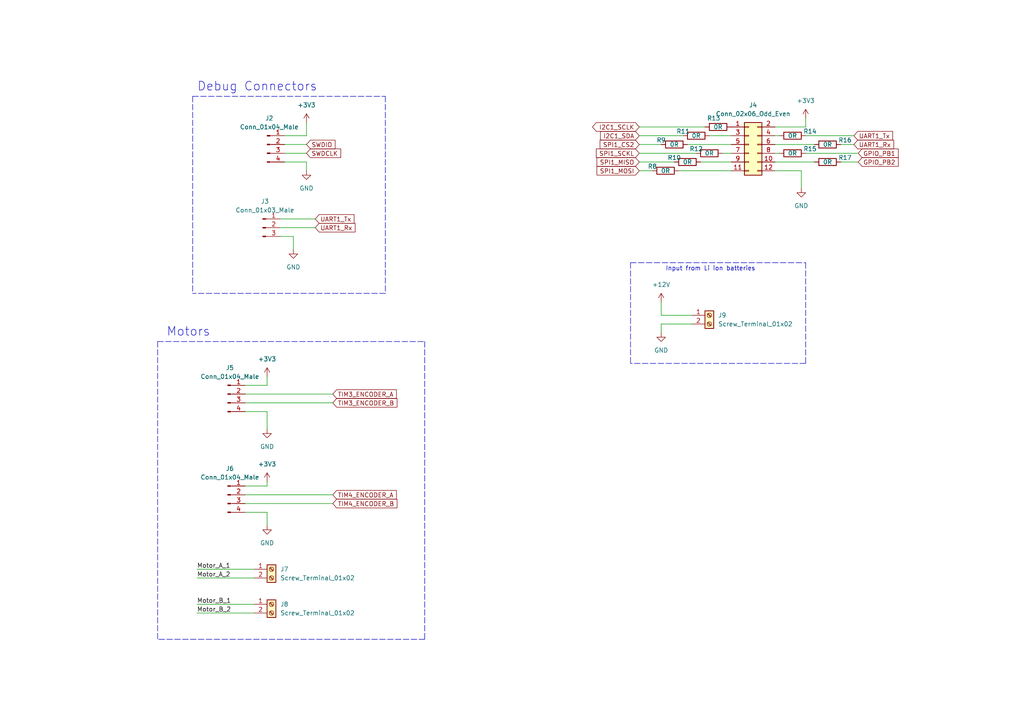
<source format=kicad_sch>
(kicad_sch (version 20211123) (generator eeschema)

  (uuid a5338db9-20f7-4a33-8883-4c76c595a2ac)

  (paper "A4")

  (lib_symbols
    (symbol "Connector:Conn_01x03_Male" (pin_names (offset 1.016) hide) (in_bom yes) (on_board yes)
      (property "Reference" "J" (id 0) (at 0 5.08 0)
        (effects (font (size 1.27 1.27)))
      )
      (property "Value" "Conn_01x03_Male" (id 1) (at 0 -5.08 0)
        (effects (font (size 1.27 1.27)))
      )
      (property "Footprint" "" (id 2) (at 0 0 0)
        (effects (font (size 1.27 1.27)) hide)
      )
      (property "Datasheet" "~" (id 3) (at 0 0 0)
        (effects (font (size 1.27 1.27)) hide)
      )
      (property "ki_keywords" "connector" (id 4) (at 0 0 0)
        (effects (font (size 1.27 1.27)) hide)
      )
      (property "ki_description" "Generic connector, single row, 01x03, script generated (kicad-library-utils/schlib/autogen/connector/)" (id 5) (at 0 0 0)
        (effects (font (size 1.27 1.27)) hide)
      )
      (property "ki_fp_filters" "Connector*:*_1x??_*" (id 6) (at 0 0 0)
        (effects (font (size 1.27 1.27)) hide)
      )
      (symbol "Conn_01x03_Male_1_1"
        (polyline
          (pts
            (xy 1.27 -2.54)
            (xy 0.8636 -2.54)
          )
          (stroke (width 0.1524) (type default) (color 0 0 0 0))
          (fill (type none))
        )
        (polyline
          (pts
            (xy 1.27 0)
            (xy 0.8636 0)
          )
          (stroke (width 0.1524) (type default) (color 0 0 0 0))
          (fill (type none))
        )
        (polyline
          (pts
            (xy 1.27 2.54)
            (xy 0.8636 2.54)
          )
          (stroke (width 0.1524) (type default) (color 0 0 0 0))
          (fill (type none))
        )
        (rectangle (start 0.8636 -2.413) (end 0 -2.667)
          (stroke (width 0.1524) (type default) (color 0 0 0 0))
          (fill (type outline))
        )
        (rectangle (start 0.8636 0.127) (end 0 -0.127)
          (stroke (width 0.1524) (type default) (color 0 0 0 0))
          (fill (type outline))
        )
        (rectangle (start 0.8636 2.667) (end 0 2.413)
          (stroke (width 0.1524) (type default) (color 0 0 0 0))
          (fill (type outline))
        )
        (pin passive line (at 5.08 2.54 180) (length 3.81)
          (name "Pin_1" (effects (font (size 1.27 1.27))))
          (number "1" (effects (font (size 1.27 1.27))))
        )
        (pin passive line (at 5.08 0 180) (length 3.81)
          (name "Pin_2" (effects (font (size 1.27 1.27))))
          (number "2" (effects (font (size 1.27 1.27))))
        )
        (pin passive line (at 5.08 -2.54 180) (length 3.81)
          (name "Pin_3" (effects (font (size 1.27 1.27))))
          (number "3" (effects (font (size 1.27 1.27))))
        )
      )
    )
    (symbol "Connector:Conn_01x04_Male" (pin_names (offset 1.016) hide) (in_bom yes) (on_board yes)
      (property "Reference" "J" (id 0) (at 0 5.08 0)
        (effects (font (size 1.27 1.27)))
      )
      (property "Value" "Conn_01x04_Male" (id 1) (at 0 -7.62 0)
        (effects (font (size 1.27 1.27)))
      )
      (property "Footprint" "" (id 2) (at 0 0 0)
        (effects (font (size 1.27 1.27)) hide)
      )
      (property "Datasheet" "~" (id 3) (at 0 0 0)
        (effects (font (size 1.27 1.27)) hide)
      )
      (property "ki_keywords" "connector" (id 4) (at 0 0 0)
        (effects (font (size 1.27 1.27)) hide)
      )
      (property "ki_description" "Generic connector, single row, 01x04, script generated (kicad-library-utils/schlib/autogen/connector/)" (id 5) (at 0 0 0)
        (effects (font (size 1.27 1.27)) hide)
      )
      (property "ki_fp_filters" "Connector*:*_1x??_*" (id 6) (at 0 0 0)
        (effects (font (size 1.27 1.27)) hide)
      )
      (symbol "Conn_01x04_Male_1_1"
        (polyline
          (pts
            (xy 1.27 -5.08)
            (xy 0.8636 -5.08)
          )
          (stroke (width 0.1524) (type default) (color 0 0 0 0))
          (fill (type none))
        )
        (polyline
          (pts
            (xy 1.27 -2.54)
            (xy 0.8636 -2.54)
          )
          (stroke (width 0.1524) (type default) (color 0 0 0 0))
          (fill (type none))
        )
        (polyline
          (pts
            (xy 1.27 0)
            (xy 0.8636 0)
          )
          (stroke (width 0.1524) (type default) (color 0 0 0 0))
          (fill (type none))
        )
        (polyline
          (pts
            (xy 1.27 2.54)
            (xy 0.8636 2.54)
          )
          (stroke (width 0.1524) (type default) (color 0 0 0 0))
          (fill (type none))
        )
        (rectangle (start 0.8636 -4.953) (end 0 -5.207)
          (stroke (width 0.1524) (type default) (color 0 0 0 0))
          (fill (type outline))
        )
        (rectangle (start 0.8636 -2.413) (end 0 -2.667)
          (stroke (width 0.1524) (type default) (color 0 0 0 0))
          (fill (type outline))
        )
        (rectangle (start 0.8636 0.127) (end 0 -0.127)
          (stroke (width 0.1524) (type default) (color 0 0 0 0))
          (fill (type outline))
        )
        (rectangle (start 0.8636 2.667) (end 0 2.413)
          (stroke (width 0.1524) (type default) (color 0 0 0 0))
          (fill (type outline))
        )
        (pin passive line (at 5.08 2.54 180) (length 3.81)
          (name "Pin_1" (effects (font (size 1.27 1.27))))
          (number "1" (effects (font (size 1.27 1.27))))
        )
        (pin passive line (at 5.08 0 180) (length 3.81)
          (name "Pin_2" (effects (font (size 1.27 1.27))))
          (number "2" (effects (font (size 1.27 1.27))))
        )
        (pin passive line (at 5.08 -2.54 180) (length 3.81)
          (name "Pin_3" (effects (font (size 1.27 1.27))))
          (number "3" (effects (font (size 1.27 1.27))))
        )
        (pin passive line (at 5.08 -5.08 180) (length 3.81)
          (name "Pin_4" (effects (font (size 1.27 1.27))))
          (number "4" (effects (font (size 1.27 1.27))))
        )
      )
    )
    (symbol "Connector:Screw_Terminal_01x02" (pin_names (offset 1.016) hide) (in_bom yes) (on_board yes)
      (property "Reference" "J" (id 0) (at 0 2.54 0)
        (effects (font (size 1.27 1.27)))
      )
      (property "Value" "Screw_Terminal_01x02" (id 1) (at 0 -5.08 0)
        (effects (font (size 1.27 1.27)))
      )
      (property "Footprint" "" (id 2) (at 0 0 0)
        (effects (font (size 1.27 1.27)) hide)
      )
      (property "Datasheet" "~" (id 3) (at 0 0 0)
        (effects (font (size 1.27 1.27)) hide)
      )
      (property "ki_keywords" "screw terminal" (id 4) (at 0 0 0)
        (effects (font (size 1.27 1.27)) hide)
      )
      (property "ki_description" "Generic screw terminal, single row, 01x02, script generated (kicad-library-utils/schlib/autogen/connector/)" (id 5) (at 0 0 0)
        (effects (font (size 1.27 1.27)) hide)
      )
      (property "ki_fp_filters" "TerminalBlock*:*" (id 6) (at 0 0 0)
        (effects (font (size 1.27 1.27)) hide)
      )
      (symbol "Screw_Terminal_01x02_1_1"
        (rectangle (start -1.27 1.27) (end 1.27 -3.81)
          (stroke (width 0.254) (type default) (color 0 0 0 0))
          (fill (type background))
        )
        (circle (center 0 -2.54) (radius 0.635)
          (stroke (width 0.1524) (type default) (color 0 0 0 0))
          (fill (type none))
        )
        (polyline
          (pts
            (xy -0.5334 -2.2098)
            (xy 0.3302 -3.048)
          )
          (stroke (width 0.1524) (type default) (color 0 0 0 0))
          (fill (type none))
        )
        (polyline
          (pts
            (xy -0.5334 0.3302)
            (xy 0.3302 -0.508)
          )
          (stroke (width 0.1524) (type default) (color 0 0 0 0))
          (fill (type none))
        )
        (polyline
          (pts
            (xy -0.3556 -2.032)
            (xy 0.508 -2.8702)
          )
          (stroke (width 0.1524) (type default) (color 0 0 0 0))
          (fill (type none))
        )
        (polyline
          (pts
            (xy -0.3556 0.508)
            (xy 0.508 -0.3302)
          )
          (stroke (width 0.1524) (type default) (color 0 0 0 0))
          (fill (type none))
        )
        (circle (center 0 0) (radius 0.635)
          (stroke (width 0.1524) (type default) (color 0 0 0 0))
          (fill (type none))
        )
        (pin passive line (at -5.08 0 0) (length 3.81)
          (name "Pin_1" (effects (font (size 1.27 1.27))))
          (number "1" (effects (font (size 1.27 1.27))))
        )
        (pin passive line (at -5.08 -2.54 0) (length 3.81)
          (name "Pin_2" (effects (font (size 1.27 1.27))))
          (number "2" (effects (font (size 1.27 1.27))))
        )
      )
    )
    (symbol "Connector_Generic:Conn_02x06_Odd_Even" (pin_names (offset 1.016) hide) (in_bom yes) (on_board yes)
      (property "Reference" "J" (id 0) (at 1.27 7.62 0)
        (effects (font (size 1.27 1.27)))
      )
      (property "Value" "Conn_02x06_Odd_Even" (id 1) (at 1.27 -10.16 0)
        (effects (font (size 1.27 1.27)))
      )
      (property "Footprint" "" (id 2) (at 0 0 0)
        (effects (font (size 1.27 1.27)) hide)
      )
      (property "Datasheet" "~" (id 3) (at 0 0 0)
        (effects (font (size 1.27 1.27)) hide)
      )
      (property "ki_keywords" "connector" (id 4) (at 0 0 0)
        (effects (font (size 1.27 1.27)) hide)
      )
      (property "ki_description" "Generic connector, double row, 02x06, odd/even pin numbering scheme (row 1 odd numbers, row 2 even numbers), script generated (kicad-library-utils/schlib/autogen/connector/)" (id 5) (at 0 0 0)
        (effects (font (size 1.27 1.27)) hide)
      )
      (property "ki_fp_filters" "Connector*:*_2x??_*" (id 6) (at 0 0 0)
        (effects (font (size 1.27 1.27)) hide)
      )
      (symbol "Conn_02x06_Odd_Even_1_1"
        (rectangle (start -1.27 -7.493) (end 0 -7.747)
          (stroke (width 0.1524) (type default) (color 0 0 0 0))
          (fill (type none))
        )
        (rectangle (start -1.27 -4.953) (end 0 -5.207)
          (stroke (width 0.1524) (type default) (color 0 0 0 0))
          (fill (type none))
        )
        (rectangle (start -1.27 -2.413) (end 0 -2.667)
          (stroke (width 0.1524) (type default) (color 0 0 0 0))
          (fill (type none))
        )
        (rectangle (start -1.27 0.127) (end 0 -0.127)
          (stroke (width 0.1524) (type default) (color 0 0 0 0))
          (fill (type none))
        )
        (rectangle (start -1.27 2.667) (end 0 2.413)
          (stroke (width 0.1524) (type default) (color 0 0 0 0))
          (fill (type none))
        )
        (rectangle (start -1.27 5.207) (end 0 4.953)
          (stroke (width 0.1524) (type default) (color 0 0 0 0))
          (fill (type none))
        )
        (rectangle (start -1.27 6.35) (end 3.81 -8.89)
          (stroke (width 0.254) (type default) (color 0 0 0 0))
          (fill (type background))
        )
        (rectangle (start 3.81 -7.493) (end 2.54 -7.747)
          (stroke (width 0.1524) (type default) (color 0 0 0 0))
          (fill (type none))
        )
        (rectangle (start 3.81 -4.953) (end 2.54 -5.207)
          (stroke (width 0.1524) (type default) (color 0 0 0 0))
          (fill (type none))
        )
        (rectangle (start 3.81 -2.413) (end 2.54 -2.667)
          (stroke (width 0.1524) (type default) (color 0 0 0 0))
          (fill (type none))
        )
        (rectangle (start 3.81 0.127) (end 2.54 -0.127)
          (stroke (width 0.1524) (type default) (color 0 0 0 0))
          (fill (type none))
        )
        (rectangle (start 3.81 2.667) (end 2.54 2.413)
          (stroke (width 0.1524) (type default) (color 0 0 0 0))
          (fill (type none))
        )
        (rectangle (start 3.81 5.207) (end 2.54 4.953)
          (stroke (width 0.1524) (type default) (color 0 0 0 0))
          (fill (type none))
        )
        (pin passive line (at -5.08 5.08 0) (length 3.81)
          (name "Pin_1" (effects (font (size 1.27 1.27))))
          (number "1" (effects (font (size 1.27 1.27))))
        )
        (pin passive line (at 7.62 -5.08 180) (length 3.81)
          (name "Pin_10" (effects (font (size 1.27 1.27))))
          (number "10" (effects (font (size 1.27 1.27))))
        )
        (pin passive line (at -5.08 -7.62 0) (length 3.81)
          (name "Pin_11" (effects (font (size 1.27 1.27))))
          (number "11" (effects (font (size 1.27 1.27))))
        )
        (pin passive line (at 7.62 -7.62 180) (length 3.81)
          (name "Pin_12" (effects (font (size 1.27 1.27))))
          (number "12" (effects (font (size 1.27 1.27))))
        )
        (pin passive line (at 7.62 5.08 180) (length 3.81)
          (name "Pin_2" (effects (font (size 1.27 1.27))))
          (number "2" (effects (font (size 1.27 1.27))))
        )
        (pin passive line (at -5.08 2.54 0) (length 3.81)
          (name "Pin_3" (effects (font (size 1.27 1.27))))
          (number "3" (effects (font (size 1.27 1.27))))
        )
        (pin passive line (at 7.62 2.54 180) (length 3.81)
          (name "Pin_4" (effects (font (size 1.27 1.27))))
          (number "4" (effects (font (size 1.27 1.27))))
        )
        (pin passive line (at -5.08 0 0) (length 3.81)
          (name "Pin_5" (effects (font (size 1.27 1.27))))
          (number "5" (effects (font (size 1.27 1.27))))
        )
        (pin passive line (at 7.62 0 180) (length 3.81)
          (name "Pin_6" (effects (font (size 1.27 1.27))))
          (number "6" (effects (font (size 1.27 1.27))))
        )
        (pin passive line (at -5.08 -2.54 0) (length 3.81)
          (name "Pin_7" (effects (font (size 1.27 1.27))))
          (number "7" (effects (font (size 1.27 1.27))))
        )
        (pin passive line (at 7.62 -2.54 180) (length 3.81)
          (name "Pin_8" (effects (font (size 1.27 1.27))))
          (number "8" (effects (font (size 1.27 1.27))))
        )
        (pin passive line (at -5.08 -5.08 0) (length 3.81)
          (name "Pin_9" (effects (font (size 1.27 1.27))))
          (number "9" (effects (font (size 1.27 1.27))))
        )
      )
    )
    (symbol "Device:R" (pin_numbers hide) (pin_names (offset 0)) (in_bom yes) (on_board yes)
      (property "Reference" "R" (id 0) (at 2.032 0 90)
        (effects (font (size 1.27 1.27)))
      )
      (property "Value" "R" (id 1) (at 0 0 90)
        (effects (font (size 1.27 1.27)))
      )
      (property "Footprint" "" (id 2) (at -1.778 0 90)
        (effects (font (size 1.27 1.27)) hide)
      )
      (property "Datasheet" "~" (id 3) (at 0 0 0)
        (effects (font (size 1.27 1.27)) hide)
      )
      (property "ki_keywords" "R res resistor" (id 4) (at 0 0 0)
        (effects (font (size 1.27 1.27)) hide)
      )
      (property "ki_description" "Resistor" (id 5) (at 0 0 0)
        (effects (font (size 1.27 1.27)) hide)
      )
      (property "ki_fp_filters" "R_*" (id 6) (at 0 0 0)
        (effects (font (size 1.27 1.27)) hide)
      )
      (symbol "R_0_1"
        (rectangle (start -1.016 -2.54) (end 1.016 2.54)
          (stroke (width 0.254) (type default) (color 0 0 0 0))
          (fill (type none))
        )
      )
      (symbol "R_1_1"
        (pin passive line (at 0 3.81 270) (length 1.27)
          (name "~" (effects (font (size 1.27 1.27))))
          (number "1" (effects (font (size 1.27 1.27))))
        )
        (pin passive line (at 0 -3.81 90) (length 1.27)
          (name "~" (effects (font (size 1.27 1.27))))
          (number "2" (effects (font (size 1.27 1.27))))
        )
      )
    )
    (symbol "power:+12V" (power) (pin_names (offset 0)) (in_bom yes) (on_board yes)
      (property "Reference" "#PWR" (id 0) (at 0 -3.81 0)
        (effects (font (size 1.27 1.27)) hide)
      )
      (property "Value" "+12V" (id 1) (at 0 3.556 0)
        (effects (font (size 1.27 1.27)))
      )
      (property "Footprint" "" (id 2) (at 0 0 0)
        (effects (font (size 1.27 1.27)) hide)
      )
      (property "Datasheet" "" (id 3) (at 0 0 0)
        (effects (font (size 1.27 1.27)) hide)
      )
      (property "ki_keywords" "power-flag" (id 4) (at 0 0 0)
        (effects (font (size 1.27 1.27)) hide)
      )
      (property "ki_description" "Power symbol creates a global label with name \"+12V\"" (id 5) (at 0 0 0)
        (effects (font (size 1.27 1.27)) hide)
      )
      (symbol "+12V_0_1"
        (polyline
          (pts
            (xy -0.762 1.27)
            (xy 0 2.54)
          )
          (stroke (width 0) (type default) (color 0 0 0 0))
          (fill (type none))
        )
        (polyline
          (pts
            (xy 0 0)
            (xy 0 2.54)
          )
          (stroke (width 0) (type default) (color 0 0 0 0))
          (fill (type none))
        )
        (polyline
          (pts
            (xy 0 2.54)
            (xy 0.762 1.27)
          )
          (stroke (width 0) (type default) (color 0 0 0 0))
          (fill (type none))
        )
      )
      (symbol "+12V_1_1"
        (pin power_in line (at 0 0 90) (length 0) hide
          (name "+12V" (effects (font (size 1.27 1.27))))
          (number "1" (effects (font (size 1.27 1.27))))
        )
      )
    )
    (symbol "power:+3.3V" (power) (pin_names (offset 0)) (in_bom yes) (on_board yes)
      (property "Reference" "#PWR" (id 0) (at 0 -3.81 0)
        (effects (font (size 1.27 1.27)) hide)
      )
      (property "Value" "+3.3V" (id 1) (at 0 3.556 0)
        (effects (font (size 1.27 1.27)))
      )
      (property "Footprint" "" (id 2) (at 0 0 0)
        (effects (font (size 1.27 1.27)) hide)
      )
      (property "Datasheet" "" (id 3) (at 0 0 0)
        (effects (font (size 1.27 1.27)) hide)
      )
      (property "ki_keywords" "power-flag" (id 4) (at 0 0 0)
        (effects (font (size 1.27 1.27)) hide)
      )
      (property "ki_description" "Power symbol creates a global label with name \"+3.3V\"" (id 5) (at 0 0 0)
        (effects (font (size 1.27 1.27)) hide)
      )
      (symbol "+3.3V_0_1"
        (polyline
          (pts
            (xy -0.762 1.27)
            (xy 0 2.54)
          )
          (stroke (width 0) (type default) (color 0 0 0 0))
          (fill (type none))
        )
        (polyline
          (pts
            (xy 0 0)
            (xy 0 2.54)
          )
          (stroke (width 0) (type default) (color 0 0 0 0))
          (fill (type none))
        )
        (polyline
          (pts
            (xy 0 2.54)
            (xy 0.762 1.27)
          )
          (stroke (width 0) (type default) (color 0 0 0 0))
          (fill (type none))
        )
      )
      (symbol "+3.3V_1_1"
        (pin power_in line (at 0 0 90) (length 0) hide
          (name "+3V3" (effects (font (size 1.27 1.27))))
          (number "1" (effects (font (size 1.27 1.27))))
        )
      )
    )
    (symbol "power:GND" (power) (pin_names (offset 0)) (in_bom yes) (on_board yes)
      (property "Reference" "#PWR" (id 0) (at 0 -6.35 0)
        (effects (font (size 1.27 1.27)) hide)
      )
      (property "Value" "GND" (id 1) (at 0 -3.81 0)
        (effects (font (size 1.27 1.27)))
      )
      (property "Footprint" "" (id 2) (at 0 0 0)
        (effects (font (size 1.27 1.27)) hide)
      )
      (property "Datasheet" "" (id 3) (at 0 0 0)
        (effects (font (size 1.27 1.27)) hide)
      )
      (property "ki_keywords" "power-flag" (id 4) (at 0 0 0)
        (effects (font (size 1.27 1.27)) hide)
      )
      (property "ki_description" "Power symbol creates a global label with name \"GND\" , ground" (id 5) (at 0 0 0)
        (effects (font (size 1.27 1.27)) hide)
      )
      (symbol "GND_0_1"
        (polyline
          (pts
            (xy 0 0)
            (xy 0 -1.27)
            (xy 1.27 -1.27)
            (xy 0 -2.54)
            (xy -1.27 -1.27)
            (xy 0 -1.27)
          )
          (stroke (width 0) (type default) (color 0 0 0 0))
          (fill (type none))
        )
      )
      (symbol "GND_1_1"
        (pin power_in line (at 0 0 270) (length 0) hide
          (name "GND" (effects (font (size 1.27 1.27))))
          (number "1" (effects (font (size 1.27 1.27))))
        )
      )
    )
  )


  (wire (pts (xy 82.55 39.37) (xy 88.9 39.37))
    (stroke (width 0) (type default) (color 0 0 0 0))
    (uuid 00406049-5ac8-4488-bda8-6c1ca0838036)
  )
  (wire (pts (xy 185.42 49.53) (xy 189.23 49.53))
    (stroke (width 0) (type default) (color 0 0 0 0))
    (uuid 04a01953-653c-440d-801b-89561c6c8815)
  )
  (wire (pts (xy 81.28 66.04) (xy 91.44 66.04))
    (stroke (width 0) (type default) (color 0 0 0 0))
    (uuid 0572a9ee-8a4d-4c34-9988-70099244b3f2)
  )
  (polyline (pts (xy 111.76 85.09) (xy 55.88 85.09))
    (stroke (width 0) (type default) (color 0 0 0 0))
    (uuid 07f85edb-3cec-4fd3-9186-b9bede26d11a)
  )

  (wire (pts (xy 81.28 63.5) (xy 91.44 63.5))
    (stroke (width 0) (type default) (color 0 0 0 0))
    (uuid 0bdebb8e-357e-49db-b2ea-b27cd9613f91)
  )
  (wire (pts (xy 77.47 119.38) (xy 77.47 124.46))
    (stroke (width 0) (type default) (color 0 0 0 0))
    (uuid 0d08d526-34d7-44a9-ba9f-700b61591b35)
  )
  (wire (pts (xy 233.68 44.45) (xy 248.92 44.45))
    (stroke (width 0) (type default) (color 0 0 0 0))
    (uuid 20069d57-70cd-4f60-9be5-f5d19f78f7f3)
  )
  (wire (pts (xy 71.12 143.51) (xy 96.52 143.51))
    (stroke (width 0) (type default) (color 0 0 0 0))
    (uuid 24625734-a401-4918-9551-ee74edae74ac)
  )
  (wire (pts (xy 57.15 177.8) (xy 73.66 177.8))
    (stroke (width 0) (type default) (color 0 0 0 0))
    (uuid 25c19eb2-b0cc-4e52-8dce-2e173709dabd)
  )
  (polyline (pts (xy 45.72 99.06) (xy 45.72 185.42))
    (stroke (width 0) (type default) (color 0 0 0 0))
    (uuid 2603228e-986a-4583-a2c5-4cb71b16f48d)
  )
  (polyline (pts (xy 123.19 185.42) (xy 45.72 185.42))
    (stroke (width 0) (type default) (color 0 0 0 0))
    (uuid 2e291904-c397-413c-9e8e-be5d07220607)
  )

  (wire (pts (xy 185.42 44.45) (xy 201.93 44.45))
    (stroke (width 0) (type default) (color 0 0 0 0))
    (uuid 30ed2f98-0521-40f2-9e27-2db2350eeab8)
  )
  (polyline (pts (xy 182.88 76.2) (xy 233.68 76.2))
    (stroke (width 0) (type default) (color 0 0 0 0))
    (uuid 30f16b21-2a7c-4205-8df8-36e2849d063c)
  )

  (wire (pts (xy 196.85 49.53) (xy 212.09 49.53))
    (stroke (width 0) (type default) (color 0 0 0 0))
    (uuid 34e4cf16-1eeb-43c7-9c86-b66201ec4c3f)
  )
  (wire (pts (xy 71.12 111.76) (xy 77.47 111.76))
    (stroke (width 0) (type default) (color 0 0 0 0))
    (uuid 3df33e35-f80a-4d14-8945-85100e9d7c7d)
  )
  (wire (pts (xy 82.55 44.45) (xy 88.9 44.45))
    (stroke (width 0) (type default) (color 0 0 0 0))
    (uuid 4589d2c3-b1d2-4cb1-9e5a-b3930ad734fb)
  )
  (wire (pts (xy 232.41 49.53) (xy 232.41 54.61))
    (stroke (width 0) (type default) (color 0 0 0 0))
    (uuid 48153235-5446-4074-917a-22bfaff88a4f)
  )
  (wire (pts (xy 185.42 39.37) (xy 198.12 39.37))
    (stroke (width 0) (type default) (color 0 0 0 0))
    (uuid 48561bb6-ecbe-4b03-b6a7-ab38de82ce18)
  )
  (wire (pts (xy 57.15 167.64) (xy 73.66 167.64))
    (stroke (width 0) (type default) (color 0 0 0 0))
    (uuid 4bada638-b3ed-4bac-bdbc-ffb7f5a8a47f)
  )
  (wire (pts (xy 191.77 91.44) (xy 191.77 87.63))
    (stroke (width 0) (type default) (color 0 0 0 0))
    (uuid 53613b4e-b38e-4110-8163-0a5a51d4a453)
  )
  (wire (pts (xy 191.77 93.98) (xy 200.66 93.98))
    (stroke (width 0) (type default) (color 0 0 0 0))
    (uuid 56d75326-b67f-42da-b5a1-f1b5f0d24d37)
  )
  (wire (pts (xy 233.68 39.37) (xy 247.65 39.37))
    (stroke (width 0) (type default) (color 0 0 0 0))
    (uuid 5a72e693-9c31-4fb9-83d1-ece9f5d4b068)
  )
  (polyline (pts (xy 45.72 99.06) (xy 123.19 99.06))
    (stroke (width 0) (type default) (color 0 0 0 0))
    (uuid 669d22b7-4936-450e-892a-4f0aace32fd5)
  )

  (wire (pts (xy 224.79 44.45) (xy 226.06 44.45))
    (stroke (width 0) (type default) (color 0 0 0 0))
    (uuid 6c075106-b45f-4790-9a18-10ca699f95a8)
  )
  (wire (pts (xy 57.15 165.1) (xy 73.66 165.1))
    (stroke (width 0) (type default) (color 0 0 0 0))
    (uuid 71a7f47e-8c0a-45e8-b6e2-ecb81df1b3e7)
  )
  (wire (pts (xy 199.39 41.91) (xy 212.09 41.91))
    (stroke (width 0) (type default) (color 0 0 0 0))
    (uuid 76103ebd-72ed-45c4-866c-3839d512cb08)
  )
  (polyline (pts (xy 233.68 76.2) (xy 233.68 105.41))
    (stroke (width 0) (type default) (color 0 0 0 0))
    (uuid 77b51551-d0bb-4dea-9a6d-85d4bc0a2187)
  )
  (polyline (pts (xy 123.19 99.06) (xy 123.19 185.42))
    (stroke (width 0) (type default) (color 0 0 0 0))
    (uuid 8185abf5-9744-4f6b-9de5-e9d9c9473ab9)
  )

  (wire (pts (xy 185.42 41.91) (xy 191.77 41.91))
    (stroke (width 0) (type default) (color 0 0 0 0))
    (uuid 8294d59c-fe95-43b0-8036-7e9122689e82)
  )
  (wire (pts (xy 88.9 39.37) (xy 88.9 35.56))
    (stroke (width 0) (type default) (color 0 0 0 0))
    (uuid 838eb289-4a5a-4653-afad-7d6b443b4240)
  )
  (wire (pts (xy 224.79 46.99) (xy 236.22 46.99))
    (stroke (width 0) (type default) (color 0 0 0 0))
    (uuid 8431dc98-b62e-4258-abef-db2500dcc092)
  )
  (polyline (pts (xy 233.68 105.41) (xy 182.88 105.41))
    (stroke (width 0) (type default) (color 0 0 0 0))
    (uuid 8538ca7b-d249-43e1-ae11-a59d9f4c2efb)
  )

  (wire (pts (xy 71.12 148.59) (xy 77.47 148.59))
    (stroke (width 0) (type default) (color 0 0 0 0))
    (uuid 90489ea4-115a-4b1b-9948-43336ca6ad87)
  )
  (wire (pts (xy 82.55 41.91) (xy 88.9 41.91))
    (stroke (width 0) (type default) (color 0 0 0 0))
    (uuid 95302e6c-f304-40aa-b692-0571d60e892f)
  )
  (wire (pts (xy 71.12 116.84) (xy 96.52 116.84))
    (stroke (width 0) (type default) (color 0 0 0 0))
    (uuid 95e15a2c-152a-4342-acc0-4c9d71f52d43)
  )
  (polyline (pts (xy 55.88 27.94) (xy 55.88 85.09))
    (stroke (width 0) (type default) (color 0 0 0 0))
    (uuid 9753b923-f138-4c3e-a0e8-3a81bd19e91a)
  )

  (wire (pts (xy 185.42 36.83) (xy 204.47 36.83))
    (stroke (width 0) (type default) (color 0 0 0 0))
    (uuid 97f7b023-2ca5-4b60-bdba-831935510919)
  )
  (wire (pts (xy 224.79 36.83) (xy 233.68 36.83))
    (stroke (width 0) (type default) (color 0 0 0 0))
    (uuid 9a68e47f-5e0e-4196-80b8-6be8533d14b4)
  )
  (wire (pts (xy 233.68 36.83) (xy 233.68 34.29))
    (stroke (width 0) (type default) (color 0 0 0 0))
    (uuid 9b2cdb77-fdb0-424a-aa9e-e62ae1b367d7)
  )
  (polyline (pts (xy 111.76 27.94) (xy 111.76 85.09))
    (stroke (width 0) (type default) (color 0 0 0 0))
    (uuid 9f7e2611-60f2-416a-94f2-347a449b4233)
  )

  (wire (pts (xy 224.79 41.91) (xy 236.22 41.91))
    (stroke (width 0) (type default) (color 0 0 0 0))
    (uuid afca443a-5ddd-4825-a10c-7eb8e4c91930)
  )
  (wire (pts (xy 85.09 68.58) (xy 85.09 72.39))
    (stroke (width 0) (type default) (color 0 0 0 0))
    (uuid aff97b3d-7978-42b9-8aae-737a77874d7c)
  )
  (wire (pts (xy 77.47 111.76) (xy 77.47 109.22))
    (stroke (width 0) (type default) (color 0 0 0 0))
    (uuid b14d731a-236c-4c6c-914c-28c4c86ccd6c)
  )
  (wire (pts (xy 243.84 41.91) (xy 247.65 41.91))
    (stroke (width 0) (type default) (color 0 0 0 0))
    (uuid b9819cb2-51cf-434b-add4-0dc2ba5c5f8d)
  )
  (wire (pts (xy 205.74 39.37) (xy 212.09 39.37))
    (stroke (width 0) (type default) (color 0 0 0 0))
    (uuid be65b63d-b493-48a8-aa98-fd76f0a43b60)
  )
  (wire (pts (xy 200.66 91.44) (xy 191.77 91.44))
    (stroke (width 0) (type default) (color 0 0 0 0))
    (uuid c038f3f9-8c29-4f84-b104-f03425227a0e)
  )
  (wire (pts (xy 77.47 148.59) (xy 77.47 152.4))
    (stroke (width 0) (type default) (color 0 0 0 0))
    (uuid c0efc5b2-24c3-4e8d-83db-086a1048c19b)
  )
  (wire (pts (xy 88.9 46.99) (xy 88.9 49.53))
    (stroke (width 0) (type default) (color 0 0 0 0))
    (uuid ca85f75d-52b5-400f-95da-d95e35feefae)
  )
  (polyline (pts (xy 182.88 76.2) (xy 182.88 105.41))
    (stroke (width 0) (type default) (color 0 0 0 0))
    (uuid ce862681-4076-4fbe-98db-4253fe8a7cc1)
  )
  (polyline (pts (xy 55.88 27.94) (xy 111.76 27.94))
    (stroke (width 0) (type default) (color 0 0 0 0))
    (uuid da43cfed-4198-42d4-8ad9-6ce64618b242)
  )

  (wire (pts (xy 203.2 46.99) (xy 212.09 46.99))
    (stroke (width 0) (type default) (color 0 0 0 0))
    (uuid dbbafb7f-125e-4115-9bfa-4b1296e5218d)
  )
  (wire (pts (xy 185.42 46.99) (xy 195.58 46.99))
    (stroke (width 0) (type default) (color 0 0 0 0))
    (uuid dc9bba91-4ace-4cba-aaf0-9a01d8c4a1d4)
  )
  (wire (pts (xy 71.12 146.05) (xy 96.52 146.05))
    (stroke (width 0) (type default) (color 0 0 0 0))
    (uuid de7df148-79ef-46a3-8929-05af76d17d9b)
  )
  (wire (pts (xy 209.55 44.45) (xy 212.09 44.45))
    (stroke (width 0) (type default) (color 0 0 0 0))
    (uuid e1cce1df-8cf1-4872-9d15-49809715ec64)
  )
  (wire (pts (xy 77.47 140.97) (xy 77.47 139.7))
    (stroke (width 0) (type default) (color 0 0 0 0))
    (uuid e3fa30e2-5c0c-4e9f-9480-1495f19df428)
  )
  (wire (pts (xy 71.12 119.38) (xy 77.47 119.38))
    (stroke (width 0) (type default) (color 0 0 0 0))
    (uuid e5d74fb5-d07a-4df1-b768-7f089ac8fea4)
  )
  (wire (pts (xy 224.79 39.37) (xy 226.06 39.37))
    (stroke (width 0) (type default) (color 0 0 0 0))
    (uuid e85c3109-90b5-4804-b19d-147c91f7b9f7)
  )
  (wire (pts (xy 71.12 114.3) (xy 96.52 114.3))
    (stroke (width 0) (type default) (color 0 0 0 0))
    (uuid ebc99669-c0ec-4ae6-a162-d5af4ac1d08e)
  )
  (wire (pts (xy 224.79 49.53) (xy 232.41 49.53))
    (stroke (width 0) (type default) (color 0 0 0 0))
    (uuid efc37404-4d1b-433b-b231-77d3c5c10186)
  )
  (wire (pts (xy 73.66 175.26) (xy 57.15 175.26))
    (stroke (width 0) (type default) (color 0 0 0 0))
    (uuid f162d25b-7107-4f80-be66-cb08d2d8e7fd)
  )
  (wire (pts (xy 191.77 96.52) (xy 191.77 93.98))
    (stroke (width 0) (type default) (color 0 0 0 0))
    (uuid f31c2ed7-5104-491c-abee-4ebcef107adf)
  )
  (wire (pts (xy 81.28 68.58) (xy 85.09 68.58))
    (stroke (width 0) (type default) (color 0 0 0 0))
    (uuid f4a01eb9-9640-4e81-9942-a749b56d4110)
  )
  (wire (pts (xy 82.55 46.99) (xy 88.9 46.99))
    (stroke (width 0) (type default) (color 0 0 0 0))
    (uuid f538ce17-8b91-4c9a-983f-79eb67383ded)
  )
  (wire (pts (xy 243.84 46.99) (xy 248.92 46.99))
    (stroke (width 0) (type default) (color 0 0 0 0))
    (uuid fc9d1d8e-1443-4e5d-b8d0-de08450bffe3)
  )
  (wire (pts (xy 71.12 140.97) (xy 77.47 140.97))
    (stroke (width 0) (type default) (color 0 0 0 0))
    (uuid ff30523a-3518-4894-aca3-83428c8ba86e)
  )

  (text "Motors " (at 48.26 97.79 0)
    (effects (font (size 2.54 2.54)) (justify left bottom))
    (uuid 0d2b9db7-c5c8-40e9-9a46-765d83099dc8)
  )
  (text "Debug Connectors\n" (at 57.15 26.67 0)
    (effects (font (size 2.54 2.54)) (justify left bottom))
    (uuid 5434918f-0a19-46eb-9825-25cbb9c9985f)
  )
  (text "Input from Li ion batteries" (at 193.04 78.74 0)
    (effects (font (size 1.27 1.27)) (justify left bottom))
    (uuid 7c09d3c2-25ce-47f9-834f-1f8da63733e2)
  )

  (label "Motor_B_2" (at 57.15 177.8 0)
    (effects (font (size 1.27 1.27)) (justify left bottom))
    (uuid 05703831-6aae-457b-8771-94b863e5b0ca)
  )
  (label "Motor_A_1" (at 57.15 165.1 0)
    (effects (font (size 1.27 1.27)) (justify left bottom))
    (uuid 1c37bcf3-3bf6-424d-a739-4528bb39a2fb)
  )
  (label "Motor_B_1" (at 57.15 175.26 0)
    (effects (font (size 1.27 1.27)) (justify left bottom))
    (uuid d8a6838c-a278-4ce0-bb6c-d6efd6cb602e)
  )
  (label "Motor_A_2" (at 57.15 167.64 0)
    (effects (font (size 1.27 1.27)) (justify left bottom))
    (uuid e7ec520c-4af2-4d18-8b57-b38f3fea7104)
  )

  (global_label "I2C1_SCLK" (shape tri_state) (at 185.42 36.83 180) (fields_autoplaced)
    (effects (font (size 1.27 1.27)) (justify right))
    (uuid 14d73fde-f6ff-488d-872a-0bb7ca7f2090)
    (property "Intersheet References" "${INTERSHEET_REFS}" (id 0) (at 172.9679 36.7506 0)
      (effects (font (size 1.27 1.27)) (justify right) hide)
    )
  )
  (global_label "SPI1_MOSI" (shape input) (at 185.42 49.53 180) (fields_autoplaced)
    (effects (font (size 1.27 1.27)) (justify right))
    (uuid 2fa13572-cfef-4806-878f-78080000a124)
    (property "Intersheet References" "${INTERSHEET_REFS}" (id 0) (at 173.1493 49.4506 0)
      (effects (font (size 1.27 1.27)) (justify right) hide)
    )
  )
  (global_label "UART1_Tx" (shape input) (at 91.44 63.5 0) (fields_autoplaced)
    (effects (font (size 1.27 1.27)) (justify left))
    (uuid 40fd3771-155c-425a-bc6a-a3cc847b8e4a)
    (property "Intersheet References" "${INTERSHEET_REFS}" (id 0) (at 102.6826 63.4206 0)
      (effects (font (size 1.27 1.27)) (justify left) hide)
    )
  )
  (global_label "TIM3_ENCODER_A" (shape input) (at 96.52 114.3 0) (fields_autoplaced)
    (effects (font (size 1.27 1.27)) (justify left))
    (uuid 49bd1a05-c31f-4ecd-b00a-46ea14c237b5)
    (property "Intersheet References" "${INTERSHEET_REFS}" (id 0) (at 114.9593 114.2206 0)
      (effects (font (size 1.27 1.27)) (justify left) hide)
    )
  )
  (global_label "GPIO_PB1" (shape input) (at 248.92 44.45 0) (fields_autoplaced)
    (effects (font (size 1.27 1.27)) (justify left))
    (uuid 6493bc4c-de25-45bc-9154-7ba8eceab5be)
    (property "Intersheet References" "${INTERSHEET_REFS}" (id 0) (at 260.5255 44.3706 0)
      (effects (font (size 1.27 1.27)) (justify left) hide)
    )
  )
  (global_label "SWDCLK" (shape input) (at 88.9 44.45 0) (fields_autoplaced)
    (effects (font (size 1.27 1.27)) (justify left))
    (uuid 6d173798-55c1-4521-a2bd-6da4da17df33)
    (property "Intersheet References" "${INTERSHEET_REFS}" (id 0) (at 98.8121 44.3706 0)
      (effects (font (size 1.27 1.27)) (justify left) hide)
    )
  )
  (global_label "TIM4_ENCODER_A" (shape input) (at 96.52 143.51 0) (fields_autoplaced)
    (effects (font (size 1.27 1.27)) (justify left))
    (uuid 720d4fba-d3eb-4efc-9df3-64caf098f89e)
    (property "Intersheet References" "${INTERSHEET_REFS}" (id 0) (at 114.9593 143.4306 0)
      (effects (font (size 1.27 1.27)) (justify left) hide)
    )
  )
  (global_label "UART1_Rx" (shape input) (at 247.65 41.91 0) (fields_autoplaced)
    (effects (font (size 1.27 1.27)) (justify left))
    (uuid 85502c4d-b4bf-455d-ad50-2747f5be13bc)
    (property "Intersheet References" "${INTERSHEET_REFS}" (id 0) (at 259.195 41.8306 0)
      (effects (font (size 1.27 1.27)) (justify left) hide)
    )
  )
  (global_label "TIM3_ENCODER_B" (shape input) (at 96.52 116.84 0) (fields_autoplaced)
    (effects (font (size 1.27 1.27)) (justify left))
    (uuid 8bfc2dba-cabb-4c60-84b7-d1153cf46d11)
    (property "Intersheet References" "${INTERSHEET_REFS}" (id 0) (at 115.1407 116.7606 0)
      (effects (font (size 1.27 1.27)) (justify left) hide)
    )
  )
  (global_label "SPI1_CS2" (shape input) (at 185.42 41.91 180) (fields_autoplaced)
    (effects (font (size 1.27 1.27)) (justify right))
    (uuid ab31eaaf-4e60-48e9-9bf9-a7663669798c)
    (property "Intersheet References" "${INTERSHEET_REFS}" (id 0) (at 174.0564 41.8306 0)
      (effects (font (size 1.27 1.27)) (justify right) hide)
    )
  )
  (global_label "TIM4_ENCODER_B" (shape input) (at 96.52 146.05 0) (fields_autoplaced)
    (effects (font (size 1.27 1.27)) (justify left))
    (uuid bd452f4e-109b-46de-a149-444f75c43e2b)
    (property "Intersheet References" "${INTERSHEET_REFS}" (id 0) (at 115.1407 145.9706 0)
      (effects (font (size 1.27 1.27)) (justify left) hide)
    )
  )
  (global_label "UART1_Tx" (shape input) (at 247.65 39.37 0) (fields_autoplaced)
    (effects (font (size 1.27 1.27)) (justify left))
    (uuid cbef383c-4f5c-4e6e-b7b3-1f9229131a75)
    (property "Intersheet References" "${INTERSHEET_REFS}" (id 0) (at 258.8926 39.2906 0)
      (effects (font (size 1.27 1.27)) (justify left) hide)
    )
  )
  (global_label "SPI1_SCKL" (shape input) (at 185.42 44.45 180) (fields_autoplaced)
    (effects (font (size 1.27 1.27)) (justify right))
    (uuid d50cd664-ec34-4212-b425-94a1eb1816ac)
    (property "Intersheet References" "${INTERSHEET_REFS}" (id 0) (at 172.9679 44.3706 0)
      (effects (font (size 1.27 1.27)) (justify right) hide)
    )
  )
  (global_label "GPIO_PB2" (shape input) (at 248.92 46.99 0) (fields_autoplaced)
    (effects (font (size 1.27 1.27)) (justify left))
    (uuid dae579c2-fbfb-4750-b94c-b53357d34d85)
    (property "Intersheet References" "${INTERSHEET_REFS}" (id 0) (at 260.5255 46.9106 0)
      (effects (font (size 1.27 1.27)) (justify left) hide)
    )
  )
  (global_label "I2C1_SDA" (shape input) (at 185.42 39.37 180) (fields_autoplaced)
    (effects (font (size 1.27 1.27)) (justify right))
    (uuid eceb922c-93d5-4bf3-833f-6d9a8358c82b)
    (property "Intersheet References" "${INTERSHEET_REFS}" (id 0) (at 174.1774 39.2906 0)
      (effects (font (size 1.27 1.27)) (justify right) hide)
    )
  )
  (global_label "SWDIO" (shape input) (at 88.9 41.91 0) (fields_autoplaced)
    (effects (font (size 1.27 1.27)) (justify left))
    (uuid f1e9050c-bf58-465a-8c01-9470e69ac79d)
    (property "Intersheet References" "${INTERSHEET_REFS}" (id 0) (at 97.1793 41.8306 0)
      (effects (font (size 1.27 1.27)) (justify left) hide)
    )
  )
  (global_label "SPI1_MISO" (shape input) (at 185.42 46.99 180) (fields_autoplaced)
    (effects (font (size 1.27 1.27)) (justify right))
    (uuid fa0553d8-66b4-46b0-bb84-f467506b7a97)
    (property "Intersheet References" "${INTERSHEET_REFS}" (id 0) (at 173.1493 46.9106 0)
      (effects (font (size 1.27 1.27)) (justify right) hide)
    )
  )
  (global_label "UART1_Rx" (shape input) (at 91.44 66.04 0) (fields_autoplaced)
    (effects (font (size 1.27 1.27)) (justify left))
    (uuid fe564e24-41be-4491-a6c7-4fa95a2da7cf)
    (property "Intersheet References" "${INTERSHEET_REFS}" (id 0) (at 102.985 65.9606 0)
      (effects (font (size 1.27 1.27)) (justify left) hide)
    )
  )

  (symbol (lib_id "Connector_Generic:Conn_02x06_Odd_Even") (at 217.17 41.91 0) (unit 1)
    (in_bom yes) (on_board yes) (fields_autoplaced)
    (uuid 0525b4eb-c5ec-4b82-a94e-3be94024b2c9)
    (property "Reference" "J4" (id 0) (at 218.44 30.48 0))
    (property "Value" "Conn_02x06_Odd_Even" (id 1) (at 218.44 33.02 0))
    (property "Footprint" "Connector_DIN:DIN41612_B2_2x8_Female_Vertical_THT" (id 2) (at 217.17 41.91 0)
      (effects (font (size 1.27 1.27)) hide)
    )
    (property "Datasheet" "~" (id 3) (at 217.17 41.91 0)
      (effects (font (size 1.27 1.27)) hide)
    )
    (pin "1" (uuid 5a5afe3f-4aff-4e3c-8038-d9c27c33897d))
    (pin "10" (uuid f84898ea-9bdb-4414-a2e1-9d463ed08001))
    (pin "11" (uuid 9c2ca2d4-8546-4cdd-bc98-b0db87da9133))
    (pin "12" (uuid 3c1c31de-dc1e-438e-89fb-e3ce34f20c15))
    (pin "2" (uuid e81266ec-968f-4b52-8355-7584dcc46d3c))
    (pin "3" (uuid 111cd50e-90b4-4003-ba44-e8ba49cf01fa))
    (pin "4" (uuid aac7f0c2-95e0-4a62-b62f-415f20579354))
    (pin "5" (uuid c4e7c0bf-5e83-4071-aa6e-9f828efd62f3))
    (pin "6" (uuid 02d69261-5be6-45ea-88df-2550e907450b))
    (pin "7" (uuid 249a68df-4b0f-4757-af99-1f503c4be957))
    (pin "8" (uuid 128cf9b9-6b1e-4225-9cf5-c2840dd1a646))
    (pin "9" (uuid acca76cb-b78f-4ea1-b59c-26b8a608678d))
  )

  (symbol (lib_id "power:GND") (at 85.09 72.39 0) (unit 1)
    (in_bom yes) (on_board yes) (fields_autoplaced)
    (uuid 0b89dd66-fd33-40fa-81c1-b68effde4266)
    (property "Reference" "#PWR019" (id 0) (at 85.09 78.74 0)
      (effects (font (size 1.27 1.27)) hide)
    )
    (property "Value" "GND" (id 1) (at 85.09 77.47 0))
    (property "Footprint" "" (id 2) (at 85.09 72.39 0)
      (effects (font (size 1.27 1.27)) hide)
    )
    (property "Datasheet" "" (id 3) (at 85.09 72.39 0)
      (effects (font (size 1.27 1.27)) hide)
    )
    (pin "1" (uuid 3a9f3634-2d80-419d-a65a-eb507c2d1c14))
  )

  (symbol (lib_id "Device:R") (at 240.03 46.99 270) (mirror x) (unit 1)
    (in_bom yes) (on_board yes)
    (uuid 0c1621be-0c8f-40c7-8985-4f19bb091235)
    (property "Reference" "R17" (id 0) (at 245.11 45.72 90))
    (property "Value" "0R" (id 1) (at 240.03 46.99 90))
    (property "Footprint" "" (id 2) (at 240.03 48.768 90)
      (effects (font (size 1.27 1.27)) hide)
    )
    (property "Datasheet" "~" (id 3) (at 240.03 46.99 0)
      (effects (font (size 1.27 1.27)) hide)
    )
    (pin "1" (uuid 8a23c51f-d328-4be3-a623-cb41f26c77e5))
    (pin "2" (uuid 5738122c-eb10-4ab3-ab3f-3d9261815feb))
  )

  (symbol (lib_id "Connector:Conn_01x03_Male") (at 76.2 66.04 0) (unit 1)
    (in_bom yes) (on_board yes) (fields_autoplaced)
    (uuid 10afe7be-3430-4e2d-b408-2fd8624e7d21)
    (property "Reference" "J3" (id 0) (at 76.835 58.42 0))
    (property "Value" "Conn_01x03_Male" (id 1) (at 76.835 60.96 0))
    (property "Footprint" "" (id 2) (at 76.2 66.04 0)
      (effects (font (size 1.27 1.27)) hide)
    )
    (property "Datasheet" "~" (id 3) (at 76.2 66.04 0)
      (effects (font (size 1.27 1.27)) hide)
    )
    (pin "1" (uuid cffe9624-3f04-4020-a580-c7a746cc4071))
    (pin "2" (uuid dde7e01c-5485-439b-86cc-8760f76f7930))
    (pin "3" (uuid 4b22ab5d-c22a-4778-9ce2-d242521026ae))
  )

  (symbol (lib_id "Device:R") (at 193.04 49.53 90) (unit 1)
    (in_bom yes) (on_board yes)
    (uuid 14e87334-2bb6-41b1-b4e2-f9c0ce2107b4)
    (property "Reference" "R8" (id 0) (at 189.23 48.26 90))
    (property "Value" "0R" (id 1) (at 193.04 49.53 90))
    (property "Footprint" "" (id 2) (at 193.04 51.308 90)
      (effects (font (size 1.27 1.27)) hide)
    )
    (property "Datasheet" "~" (id 3) (at 193.04 49.53 0)
      (effects (font (size 1.27 1.27)) hide)
    )
    (pin "1" (uuid 6663f045-72b0-4fe3-acaa-351324e4c51c))
    (pin "2" (uuid fa2973bd-ea8a-463d-9d47-ffa747706a58))
  )

  (symbol (lib_id "Device:R") (at 229.87 44.45 270) (mirror x) (unit 1)
    (in_bom yes) (on_board yes)
    (uuid 17416004-4993-4e3e-81ce-bec187801aef)
    (property "Reference" "R15" (id 0) (at 234.95 43.18 90))
    (property "Value" "0R" (id 1) (at 229.87 44.45 90))
    (property "Footprint" "" (id 2) (at 229.87 46.228 90)
      (effects (font (size 1.27 1.27)) hide)
    )
    (property "Datasheet" "~" (id 3) (at 229.87 44.45 0)
      (effects (font (size 1.27 1.27)) hide)
    )
    (pin "1" (uuid 66053eb1-298d-4ec0-8c25-c6b699cbe97d))
    (pin "2" (uuid 119dad7e-7c91-492b-994b-3fb242a2427c))
  )

  (symbol (lib_id "Device:R") (at 240.03 41.91 270) (mirror x) (unit 1)
    (in_bom yes) (on_board yes)
    (uuid 2df1fffb-f20d-42c1-b7b6-8237c9a8953c)
    (property "Reference" "R16" (id 0) (at 245.11 40.64 90))
    (property "Value" "0R" (id 1) (at 240.03 41.91 90))
    (property "Footprint" "" (id 2) (at 240.03 43.688 90)
      (effects (font (size 1.27 1.27)) hide)
    )
    (property "Datasheet" "~" (id 3) (at 240.03 41.91 0)
      (effects (font (size 1.27 1.27)) hide)
    )
    (pin "1" (uuid a1d9193f-67f5-4a81-bf6c-c9bc2adf71bf))
    (pin "2" (uuid 95d3c6c7-99f6-4d59-a37d-4f380f2d277e))
  )

  (symbol (lib_id "power:+12V") (at 191.77 87.63 0) (unit 1)
    (in_bom yes) (on_board yes) (fields_autoplaced)
    (uuid 3d959d87-ab1b-4611-a019-40da06fb959d)
    (property "Reference" "#PWR036" (id 0) (at 191.77 91.44 0)
      (effects (font (size 1.27 1.27)) hide)
    )
    (property "Value" "+12V" (id 1) (at 191.77 82.55 0))
    (property "Footprint" "" (id 2) (at 191.77 87.63 0)
      (effects (font (size 1.27 1.27)) hide)
    )
    (property "Datasheet" "" (id 3) (at 191.77 87.63 0)
      (effects (font (size 1.27 1.27)) hide)
    )
    (pin "1" (uuid 094add46-f448-4914-9fb0-292b35efefd0))
  )

  (symbol (lib_id "Connector:Conn_01x04_Male") (at 77.47 41.91 0) (unit 1)
    (in_bom yes) (on_board yes) (fields_autoplaced)
    (uuid 47000a57-17f7-45ed-88b3-35eb65ff9ce6)
    (property "Reference" "J2" (id 0) (at 78.105 34.29 0))
    (property "Value" "Conn_01x04_Male" (id 1) (at 78.105 36.83 0))
    (property "Footprint" "" (id 2) (at 77.47 41.91 0)
      (effects (font (size 1.27 1.27)) hide)
    )
    (property "Datasheet" "~" (id 3) (at 77.47 41.91 0)
      (effects (font (size 1.27 1.27)) hide)
    )
    (pin "1" (uuid 850ade45-1162-4b52-b72a-90fd23905f3c))
    (pin "2" (uuid 85cc201d-d994-4e4b-b189-c208db2f821c))
    (pin "3" (uuid b4850cc2-bfbb-4d92-82ad-38a98e1ae105))
    (pin "4" (uuid f3eaa354-84a5-4405-b443-47908ea8b53d))
  )

  (symbol (lib_id "power:GND") (at 77.47 152.4 0) (unit 1)
    (in_bom yes) (on_board yes) (fields_autoplaced)
    (uuid 5b2008d5-30fc-477c-bb85-d87c3f9ad711)
    (property "Reference" "#PWR025" (id 0) (at 77.47 158.75 0)
      (effects (font (size 1.27 1.27)) hide)
    )
    (property "Value" "GND" (id 1) (at 77.47 157.48 0))
    (property "Footprint" "" (id 2) (at 77.47 152.4 0)
      (effects (font (size 1.27 1.27)) hide)
    )
    (property "Datasheet" "" (id 3) (at 77.47 152.4 0)
      (effects (font (size 1.27 1.27)) hide)
    )
    (pin "1" (uuid c516beed-a894-42fe-95b0-1ab68cc20f74))
  )

  (symbol (lib_id "Connector:Conn_01x04_Male") (at 66.04 143.51 0) (unit 1)
    (in_bom yes) (on_board yes) (fields_autoplaced)
    (uuid 690af93a-b650-4aeb-9766-34850a1163db)
    (property "Reference" "J6" (id 0) (at 66.675 135.89 0))
    (property "Value" "Conn_01x04_Male" (id 1) (at 66.675 138.43 0))
    (property "Footprint" "" (id 2) (at 66.04 143.51 0)
      (effects (font (size 1.27 1.27)) hide)
    )
    (property "Datasheet" "~" (id 3) (at 66.04 143.51 0)
      (effects (font (size 1.27 1.27)) hide)
    )
    (pin "1" (uuid f97d34c0-7380-4881-8d42-f721472ef9a7))
    (pin "2" (uuid a5305897-d4d9-412d-9966-04eeda106bf0))
    (pin "3" (uuid a5d772e4-8632-4b80-9d1a-3de1764704a0))
    (pin "4" (uuid 1332d4a4-306d-4690-8844-d677dc8e9d08))
  )

  (symbol (lib_id "Device:R") (at 201.93 39.37 90) (unit 1)
    (in_bom yes) (on_board yes)
    (uuid 727ee2c6-2aaa-4a08-85b4-f0119ebcee86)
    (property "Reference" "R11" (id 0) (at 198.12 38.1 90))
    (property "Value" "0R" (id 1) (at 201.93 39.37 90))
    (property "Footprint" "" (id 2) (at 201.93 41.148 90)
      (effects (font (size 1.27 1.27)) hide)
    )
    (property "Datasheet" "~" (id 3) (at 201.93 39.37 0)
      (effects (font (size 1.27 1.27)) hide)
    )
    (pin "1" (uuid c03f3320-bc0f-4cf5-bca5-d5f9893e26c4))
    (pin "2" (uuid b30b7c43-536c-4bcb-8a71-cf00e25cdf52))
  )

  (symbol (lib_id "power:GND") (at 191.77 96.52 0) (unit 1)
    (in_bom yes) (on_board yes) (fields_autoplaced)
    (uuid 77a358d2-6659-4474-b787-3aa4be349c48)
    (property "Reference" "#PWR037" (id 0) (at 191.77 102.87 0)
      (effects (font (size 1.27 1.27)) hide)
    )
    (property "Value" "GND" (id 1) (at 191.77 101.6 0))
    (property "Footprint" "" (id 2) (at 191.77 96.52 0)
      (effects (font (size 1.27 1.27)) hide)
    )
    (property "Datasheet" "" (id 3) (at 191.77 96.52 0)
      (effects (font (size 1.27 1.27)) hide)
    )
    (pin "1" (uuid e8ef3106-0895-48a9-994c-a017d1a8c9c3))
  )

  (symbol (lib_id "Connector:Conn_01x04_Male") (at 66.04 114.3 0) (unit 1)
    (in_bom yes) (on_board yes) (fields_autoplaced)
    (uuid 7a855e72-5b13-47ea-b659-fc22f5530167)
    (property "Reference" "J5" (id 0) (at 66.675 106.68 0))
    (property "Value" "Conn_01x04_Male" (id 1) (at 66.675 109.22 0))
    (property "Footprint" "" (id 2) (at 66.04 114.3 0)
      (effects (font (size 1.27 1.27)) hide)
    )
    (property "Datasheet" "~" (id 3) (at 66.04 114.3 0)
      (effects (font (size 1.27 1.27)) hide)
    )
    (pin "1" (uuid acb5b7ea-b560-4bbf-8288-98cbf3415856))
    (pin "2" (uuid 96a8c00a-34a1-480c-b2b9-1c0fc01a4721))
    (pin "3" (uuid 72488e25-e348-42d5-b51f-4f3e9f1c08b4))
    (pin "4" (uuid 51a61dc9-3751-4a24-893b-f02283854234))
  )

  (symbol (lib_id "Device:R") (at 205.74 44.45 90) (unit 1)
    (in_bom yes) (on_board yes)
    (uuid 85dc0bac-e7ec-408d-8065-8fd7b50921d6)
    (property "Reference" "R12" (id 0) (at 201.93 43.18 90))
    (property "Value" "0R" (id 1) (at 205.74 44.45 90))
    (property "Footprint" "" (id 2) (at 205.74 46.228 90)
      (effects (font (size 1.27 1.27)) hide)
    )
    (property "Datasheet" "~" (id 3) (at 205.74 44.45 0)
      (effects (font (size 1.27 1.27)) hide)
    )
    (pin "1" (uuid 13e20ce3-b555-4441-baa1-137f8e904c50))
    (pin "2" (uuid 4fe8dd5f-bdf0-4699-a7ec-9b73d797aaab))
  )

  (symbol (lib_id "Connector:Screw_Terminal_01x02") (at 205.74 91.44 0) (unit 1)
    (in_bom yes) (on_board yes) (fields_autoplaced)
    (uuid 86173435-8833-4c21-8dbc-7fd7f4cf086f)
    (property "Reference" "J9" (id 0) (at 208.28 91.4399 0)
      (effects (font (size 1.27 1.27)) (justify left))
    )
    (property "Value" "Screw_Terminal_01x02" (id 1) (at 208.28 93.9799 0)
      (effects (font (size 1.27 1.27)) (justify left))
    )
    (property "Footprint" "" (id 2) (at 205.74 91.44 0)
      (effects (font (size 1.27 1.27)) hide)
    )
    (property "Datasheet" "~" (id 3) (at 205.74 91.44 0)
      (effects (font (size 1.27 1.27)) hide)
    )
    (pin "1" (uuid 14847f1a-f89a-42cc-b5dd-803f1040723f))
    (pin "2" (uuid 5957e0f9-27fa-4a55-a7b3-b7173cc04ed4))
  )

  (symbol (lib_id "power:GND") (at 88.9 49.53 0) (unit 1)
    (in_bom yes) (on_board yes) (fields_autoplaced)
    (uuid 946d00b7-e220-47ab-ad9f-25f033087e4e)
    (property "Reference" "#PWR021" (id 0) (at 88.9 55.88 0)
      (effects (font (size 1.27 1.27)) hide)
    )
    (property "Value" "GND" (id 1) (at 88.9 54.61 0))
    (property "Footprint" "" (id 2) (at 88.9 49.53 0)
      (effects (font (size 1.27 1.27)) hide)
    )
    (property "Datasheet" "" (id 3) (at 88.9 49.53 0)
      (effects (font (size 1.27 1.27)) hide)
    )
    (pin "1" (uuid a1168a0d-5832-421c-8af9-ddef16c8f04b))
  )

  (symbol (lib_id "Device:R") (at 195.58 41.91 90) (unit 1)
    (in_bom yes) (on_board yes)
    (uuid a642a647-a018-4d03-a6a2-eceee6f1a5a6)
    (property "Reference" "R9" (id 0) (at 191.77 40.64 90))
    (property "Value" "0R" (id 1) (at 195.58 41.91 90))
    (property "Footprint" "" (id 2) (at 195.58 43.688 90)
      (effects (font (size 1.27 1.27)) hide)
    )
    (property "Datasheet" "~" (id 3) (at 195.58 41.91 0)
      (effects (font (size 1.27 1.27)) hide)
    )
    (pin "1" (uuid 7a508a9b-74e7-4774-8cfa-a194c6319bb5))
    (pin "2" (uuid 00a40de2-b02d-4c3d-a570-c8a038100333))
  )

  (symbol (lib_id "power:+3.3V") (at 77.47 109.22 0) (unit 1)
    (in_bom yes) (on_board yes) (fields_autoplaced)
    (uuid b7855469-c1a6-4bc0-ae7f-27f106e98d3a)
    (property "Reference" "#PWR022" (id 0) (at 77.47 113.03 0)
      (effects (font (size 1.27 1.27)) hide)
    )
    (property "Value" "+3.3V" (id 1) (at 77.47 104.14 0))
    (property "Footprint" "" (id 2) (at 77.47 109.22 0)
      (effects (font (size 1.27 1.27)) hide)
    )
    (property "Datasheet" "" (id 3) (at 77.47 109.22 0)
      (effects (font (size 1.27 1.27)) hide)
    )
    (pin "1" (uuid 173d472a-f167-474b-a985-8dfd0b13fc49))
  )

  (symbol (lib_id "Connector:Screw_Terminal_01x02") (at 78.74 165.1 0) (unit 1)
    (in_bom yes) (on_board yes) (fields_autoplaced)
    (uuid c9bf9306-77a7-497d-9ac8-a9e4ac33baef)
    (property "Reference" "J7" (id 0) (at 81.28 165.0999 0)
      (effects (font (size 1.27 1.27)) (justify left))
    )
    (property "Value" "Screw_Terminal_01x02" (id 1) (at 81.28 167.6399 0)
      (effects (font (size 1.27 1.27)) (justify left))
    )
    (property "Footprint" "" (id 2) (at 78.74 165.1 0)
      (effects (font (size 1.27 1.27)) hide)
    )
    (property "Datasheet" "~" (id 3) (at 78.74 165.1 0)
      (effects (font (size 1.27 1.27)) hide)
    )
    (pin "1" (uuid 5afcfca6-0d81-4ff8-8fa1-9dfdbd7de46f))
    (pin "2" (uuid 6663c405-0d5e-4979-ab39-7a7156e8e429))
  )

  (symbol (lib_id "power:GND") (at 77.47 124.46 0) (unit 1)
    (in_bom yes) (on_board yes) (fields_autoplaced)
    (uuid ce6e4f7e-db24-4b38-86ae-94d2210887c7)
    (property "Reference" "#PWR023" (id 0) (at 77.47 130.81 0)
      (effects (font (size 1.27 1.27)) hide)
    )
    (property "Value" "GND" (id 1) (at 77.47 129.54 0))
    (property "Footprint" "" (id 2) (at 77.47 124.46 0)
      (effects (font (size 1.27 1.27)) hide)
    )
    (property "Datasheet" "" (id 3) (at 77.47 124.46 0)
      (effects (font (size 1.27 1.27)) hide)
    )
    (pin "1" (uuid 27ead162-5834-4778-bef8-62c2bfa400b9))
  )

  (symbol (lib_id "power:+3.3V") (at 77.47 139.7 0) (unit 1)
    (in_bom yes) (on_board yes) (fields_autoplaced)
    (uuid d6ae85bf-2498-4943-bda7-f83a6887e852)
    (property "Reference" "#PWR024" (id 0) (at 77.47 143.51 0)
      (effects (font (size 1.27 1.27)) hide)
    )
    (property "Value" "+3.3V" (id 1) (at 77.47 134.62 0))
    (property "Footprint" "" (id 2) (at 77.47 139.7 0)
      (effects (font (size 1.27 1.27)) hide)
    )
    (property "Datasheet" "" (id 3) (at 77.47 139.7 0)
      (effects (font (size 1.27 1.27)) hide)
    )
    (pin "1" (uuid 7bbc9f14-6d87-4251-84c3-025299877861))
  )

  (symbol (lib_id "Device:R") (at 208.28 36.83 90) (unit 1)
    (in_bom yes) (on_board yes)
    (uuid db958a60-05a1-4836-b8a9-a081285b415d)
    (property "Reference" "R13" (id 0) (at 207.01 34.29 90))
    (property "Value" "0R" (id 1) (at 208.28 36.83 90))
    (property "Footprint" "" (id 2) (at 208.28 38.608 90)
      (effects (font (size 1.27 1.27)) hide)
    )
    (property "Datasheet" "~" (id 3) (at 208.28 36.83 0)
      (effects (font (size 1.27 1.27)) hide)
    )
    (pin "1" (uuid 086d6673-6ec3-480a-9447-0978882c91ed))
    (pin "2" (uuid 61391653-2696-49c0-8daa-a92c544d4957))
  )

  (symbol (lib_id "Connector:Screw_Terminal_01x02") (at 78.74 175.26 0) (unit 1)
    (in_bom yes) (on_board yes) (fields_autoplaced)
    (uuid e2295d77-521e-423c-9533-121fbbd03aac)
    (property "Reference" "J8" (id 0) (at 81.28 175.2599 0)
      (effects (font (size 1.27 1.27)) (justify left))
    )
    (property "Value" "Screw_Terminal_01x02" (id 1) (at 81.28 177.7999 0)
      (effects (font (size 1.27 1.27)) (justify left))
    )
    (property "Footprint" "" (id 2) (at 78.74 175.26 0)
      (effects (font (size 1.27 1.27)) hide)
    )
    (property "Datasheet" "~" (id 3) (at 78.74 175.26 0)
      (effects (font (size 1.27 1.27)) hide)
    )
    (pin "1" (uuid d42e789c-6f42-44a3-817a-54ad2c1d155e))
    (pin "2" (uuid 882441b8-8880-4381-a9dc-516d24e6b769))
  )

  (symbol (lib_id "power:+3.3V") (at 233.68 34.29 0) (unit 1)
    (in_bom yes) (on_board yes) (fields_autoplaced)
    (uuid e9370e6b-81ab-4b5f-9804-e8084556fe7c)
    (property "Reference" "#PWR0103" (id 0) (at 233.68 38.1 0)
      (effects (font (size 1.27 1.27)) hide)
    )
    (property "Value" "+3.3V" (id 1) (at 233.68 29.21 0))
    (property "Footprint" "" (id 2) (at 233.68 34.29 0)
      (effects (font (size 1.27 1.27)) hide)
    )
    (property "Datasheet" "" (id 3) (at 233.68 34.29 0)
      (effects (font (size 1.27 1.27)) hide)
    )
    (pin "1" (uuid a1d7cadf-d9d3-42d7-b56a-a9dac6dc73c7))
  )

  (symbol (lib_id "power:+3.3V") (at 88.9 35.56 0) (unit 1)
    (in_bom yes) (on_board yes) (fields_autoplaced)
    (uuid eff85178-08a8-41c1-8c0c-41a814246217)
    (property "Reference" "#PWR020" (id 0) (at 88.9 39.37 0)
      (effects (font (size 1.27 1.27)) hide)
    )
    (property "Value" "+3.3V" (id 1) (at 88.9 30.48 0))
    (property "Footprint" "" (id 2) (at 88.9 35.56 0)
      (effects (font (size 1.27 1.27)) hide)
    )
    (property "Datasheet" "" (id 3) (at 88.9 35.56 0)
      (effects (font (size 1.27 1.27)) hide)
    )
    (pin "1" (uuid 94c2c519-6cea-4db6-9262-e28fd8829c32))
  )

  (symbol (lib_id "Device:R") (at 229.87 39.37 270) (mirror x) (unit 1)
    (in_bom yes) (on_board yes)
    (uuid f111f4fd-3242-4f60-91d6-c4fac767dfd3)
    (property "Reference" "R14" (id 0) (at 234.95 38.1 90))
    (property "Value" "0R" (id 1) (at 229.87 39.37 90))
    (property "Footprint" "" (id 2) (at 229.87 41.148 90)
      (effects (font (size 1.27 1.27)) hide)
    )
    (property "Datasheet" "~" (id 3) (at 229.87 39.37 0)
      (effects (font (size 1.27 1.27)) hide)
    )
    (pin "1" (uuid 4112c860-c695-424a-b58f-90961aba7ba3))
    (pin "2" (uuid 54110bf7-8572-4a05-b26a-a61401ea080d))
  )

  (symbol (lib_id "Device:R") (at 199.39 46.99 90) (unit 1)
    (in_bom yes) (on_board yes)
    (uuid f321909f-3e55-45d2-b1a5-fa8784cb94d2)
    (property "Reference" "R10" (id 0) (at 195.58 45.72 90))
    (property "Value" "0R" (id 1) (at 199.39 46.99 90))
    (property "Footprint" "" (id 2) (at 199.39 48.768 90)
      (effects (font (size 1.27 1.27)) hide)
    )
    (property "Datasheet" "~" (id 3) (at 199.39 46.99 0)
      (effects (font (size 1.27 1.27)) hide)
    )
    (pin "1" (uuid 6288f3ce-df5d-4b74-9de9-1f6b4b9a4d37))
    (pin "2" (uuid a3c73f00-a5ca-4cbf-a0ab-df53ceeb9d32))
  )

  (symbol (lib_id "power:GND") (at 232.41 54.61 0) (unit 1)
    (in_bom yes) (on_board yes) (fields_autoplaced)
    (uuid f55a3f8e-d662-4a96-a594-316713b8fff1)
    (property "Reference" "#PWR0102" (id 0) (at 232.41 60.96 0)
      (effects (font (size 1.27 1.27)) hide)
    )
    (property "Value" "GND" (id 1) (at 232.41 59.69 0))
    (property "Footprint" "" (id 2) (at 232.41 54.61 0)
      (effects (font (size 1.27 1.27)) hide)
    )
    (property "Datasheet" "" (id 3) (at 232.41 54.61 0)
      (effects (font (size 1.27 1.27)) hide)
    )
    (pin "1" (uuid 62083a4b-dda3-4f87-b11e-e2563ccac9ab))
  )
)

</source>
